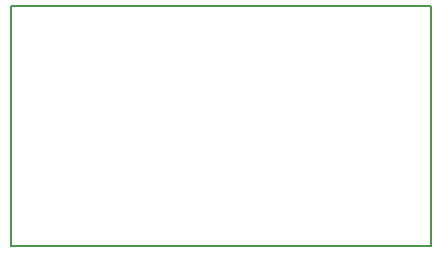
<source format=gm1>
%TF.GenerationSoftware,KiCad,Pcbnew,4.0.6*%
%TF.CreationDate,2017-10-08T18:55:20-04:00*%
%TF.ProjectId,USB-UART,5553422D554152542E6B696361645F70,rev?*%
%TF.FileFunction,Profile,NP*%
%FSLAX46Y46*%
G04 Gerber Fmt 4.6, Leading zero omitted, Abs format (unit mm)*
G04 Created by KiCad (PCBNEW 4.0.6) date 10/08/17 18:55:20*
%MOMM*%
%LPD*%
G01*
G04 APERTURE LIST*
%ADD10C,0.127000*%
G04 APERTURE END LIST*
D10*
X173990000Y-97790000D02*
X138430000Y-97790000D01*
X173990000Y-118110000D02*
X173990000Y-97790000D01*
X138430000Y-118110000D02*
X173990000Y-118110000D01*
X138430000Y-97790000D02*
X138430000Y-118110000D01*
M02*

</source>
